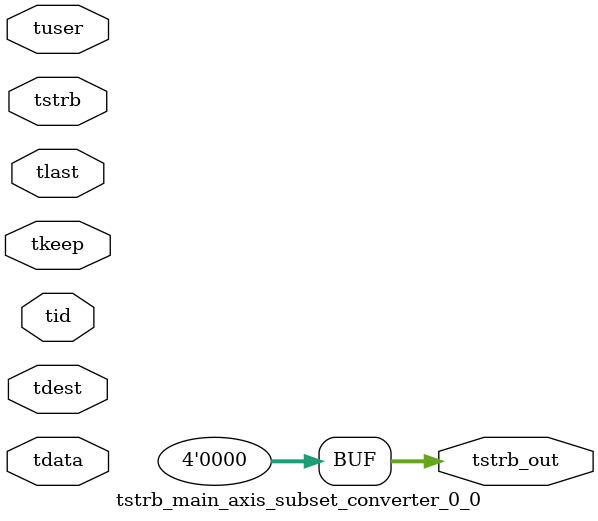
<source format=v>


`timescale 1ps/1ps

module tstrb_main_axis_subset_converter_0_0 #
(
parameter C_S_AXIS_TDATA_WIDTH = 32,
parameter C_S_AXIS_TUSER_WIDTH = 0,
parameter C_S_AXIS_TID_WIDTH   = 0,
parameter C_S_AXIS_TDEST_WIDTH = 0,
parameter C_M_AXIS_TDATA_WIDTH = 32
)
(
input  [(C_S_AXIS_TDATA_WIDTH == 0 ? 1 : C_S_AXIS_TDATA_WIDTH)-1:0     ] tdata,
input  [(C_S_AXIS_TUSER_WIDTH == 0 ? 1 : C_S_AXIS_TUSER_WIDTH)-1:0     ] tuser,
input  [(C_S_AXIS_TID_WIDTH   == 0 ? 1 : C_S_AXIS_TID_WIDTH)-1:0       ] tid,
input  [(C_S_AXIS_TDEST_WIDTH == 0 ? 1 : C_S_AXIS_TDEST_WIDTH)-1:0     ] tdest,
input  [(C_S_AXIS_TDATA_WIDTH/8)-1:0 ] tkeep,
input  [(C_S_AXIS_TDATA_WIDTH/8)-1:0 ] tstrb,
input                                                                    tlast,
output [(C_M_AXIS_TDATA_WIDTH/8)-1:0 ] tstrb_out
);

assign tstrb_out = {1'b0};

endmodule


</source>
